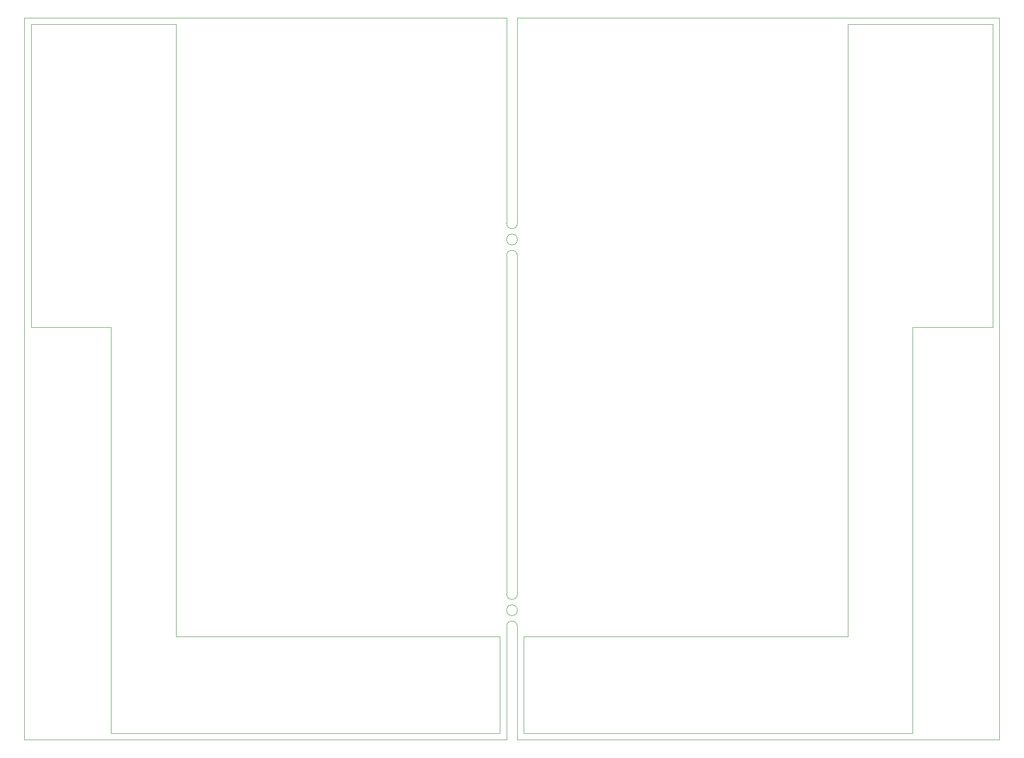
<source format=gbr>
%TF.GenerationSoftware,KiCad,Pcbnew,5.1.9+dfsg1-1*%
%TF.CreationDate,2021-04-08T16:28:42+09:00*%
%TF.ProjectId,not_enough_compositions,6e6f745f-656e-46f7-9567-685f636f6d70,rev?*%
%TF.SameCoordinates,Original*%
%TF.FileFunction,Profile,NP*%
%FSLAX46Y46*%
G04 Gerber Fmt 4.6, Leading zero omitted, Abs format (unit mm)*
G04 Created by KiCad (PCBNEW 5.1.9+dfsg1-1) date 2021-04-08 16:28:42*
%MOMM*%
%LPD*%
G01*
G04 APERTURE LIST*
%TA.AperFunction,Profile*%
%ADD10C,0.050000*%
%TD*%
G04 APERTURE END LIST*
D10*
X142200000Y-160737160D02*
X214000000Y-160737160D01*
X142200000Y-142875000D02*
X142200000Y-160737160D01*
X202000000Y-142875000D02*
X142200000Y-142875000D01*
X202000000Y-29787160D02*
X202000000Y-142875000D01*
X228800000Y-29787160D02*
X202000000Y-29787160D01*
X228800000Y-85725000D02*
X228800000Y-29787160D01*
X214000000Y-85725000D02*
X228800000Y-85725000D01*
X214000000Y-160737160D02*
X214000000Y-85725000D01*
X230000000Y-28587160D02*
X141000000Y-28587160D01*
X230000000Y-161937160D02*
X230000000Y-28587160D01*
X141000000Y-161937160D02*
X230000000Y-161937160D01*
X141000000Y-141000000D02*
X141000000Y-161937160D01*
X141000000Y-66500000D02*
X141000000Y-28587160D01*
X139000000Y-28587160D02*
X139000000Y-66500000D01*
X141000000Y-135000000D02*
X141000000Y-72500000D01*
X139000000Y-72500000D02*
X139000000Y-135000000D01*
X139000000Y-72500000D02*
G75*
G02*
X141000000Y-72500000I1000000J0D01*
G01*
X141000000Y-69500000D02*
G75*
G03*
X141000000Y-69500000I-1000000J0D01*
G01*
X141000000Y-66500000D02*
G75*
G02*
X139000000Y-66500000I-1000000J0D01*
G01*
X141000000Y-135000000D02*
G75*
G02*
X139000000Y-135000000I-1000000J0D01*
G01*
X141000000Y-138000000D02*
G75*
G03*
X141000000Y-138000000I-1000000J0D01*
G01*
X139000000Y-141000000D02*
G75*
G02*
X141000000Y-141000000I1000000J0D01*
G01*
X66000000Y-85725000D02*
X66000000Y-160737160D01*
X51200000Y-85725000D02*
X66000000Y-85725000D01*
X51200000Y-29775000D02*
X51200000Y-85725000D01*
X78000000Y-29775000D02*
X51200000Y-29775000D01*
X78000000Y-142875000D02*
X78000000Y-29775000D01*
X137800000Y-142875000D02*
X78000000Y-142875000D01*
X137800000Y-160737160D02*
X137800000Y-142875000D01*
X66000000Y-160737160D02*
X137800000Y-160737160D01*
X139000000Y-161937160D02*
X139000000Y-141000000D01*
X50000000Y-161937160D02*
X139000000Y-161937160D01*
X50000000Y-28587160D02*
X50000000Y-161937160D01*
X139000000Y-28587160D02*
X50000000Y-28587160D01*
M02*

</source>
